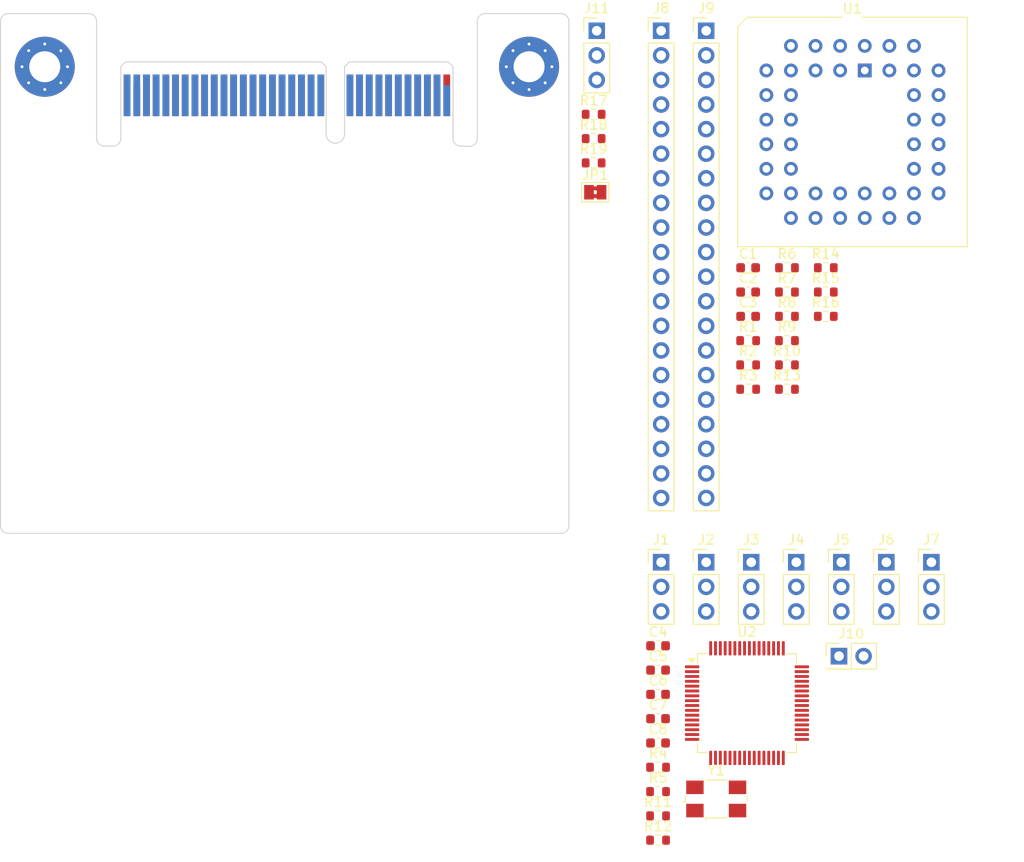
<source format=kicad_pcb>
(kicad_pcb (version 20240108) (generator "pcbnew") (generator_version "8.0")
  (layers (0 "F.Cu" signal) (31 "B.Cu" signal) (34 "B.Paste" user) (35 "F.Paste" user) (36 "B.SilkS" user "B.Silkscreen") (37 "F.SilkS" user "F.Silkscreen") (38 "B.Mask" user) (39 "F.Mask" user) (44 "Edge.Cuts" user))
  (net 0 "")
  (net 1 "/CW312T_Connections/FILT_HP")
  (net 2 "GND")
  (net 3 "/87C51/SHUNTL")
  (net 4 "VCC")
  (net 5 "51_RESET")
  (net 6 "Net-(U2-XTAL2_(TOSC2))")
  (net 7 "Net-(U2-XTAL1_(TOSC1))")
  (net 9 "/ATmega325PA-AU/AVR_MODE1")
  (net 10 "/87C51/EA{slash}VPP")
  (net 11 "/ATmega325PA-AU/AVR_EA")
  (net 12 "/ATmega325PA-AU/AVR_TX")
  (net 13 "/ATmega325PA-AU/TX")
  (net 14 "/87C51/51_TX")
  (net 15 "/ATmega325PA-AU/RX")
  (net 16 "/ATmega325PA-AU/AVR_RX")
  (net 17 "/87C51/51_RX")
  (net 18 "/ATmega325PA-AU/AVR_TRIG")
  (net 19 "/ATmega325PA-AU/PA0")
  (net 20 "/ATmega325PA-AU/GPIO4")
  (net 21 "/ATmega325PA-AU/AVR_GPIO3")
  (net 22 "/ATmega325PA-AU/GPIO3")
  (net 23 "/ATmega325PA-AU/AVR_MODE2")
  (net 25 "/87C51/PD7")
  (net 26 "/87C51/PD4")
  (net 27 "/87C51/P2.7")
  (net 28 "/87C51/PSEN")
  (net 29 "/87C51/PD0")
  (net 30 "/87C51/PD1")
  (net 31 "/87C51/P2.6")
  (net 32 "/87C51/PA10")
  (net 33 "/87C51/LED2")
  (net 34 "/87C51/PD5")
  (net 35 "/87C51/ALE{slash}PROG")
  (net 36 "/87C51/PD2")
  (net 37 "/87C51/PD6")
  (net 38 "/87C51/PA9")
  (net 39 "/87C51/PA11")
  (net 40 "/87C51/PD3")
  (net 41 "/87C51/LED1")
  (net 42 "/87C51/PA2")
  (net 43 "/87C51/PA7")
  (net 44 "/87C51/PA6")
  (net 45 "/87C51/PA4")
  (net 46 "/87C51/PA3")
  (net 47 "/87C51/M1")
  (net 48 "/87C51/PA1")
  (net 49 "/87C51/M0")
  (net 50 "/87C51/PA5")
  (net 51 "Net-(U1-XTAL2)")
  (net 52 "/87C51/P3.7")
  (net 53 "/87C51/M2")
  (net 54 "Net-(U1-P3.2{slash}~{INT0})")
  (net 56 "/87C51/P3.6")
  (net 57 "Net-(P1-VCC3.3)")
  (net 58 "Net-(P1-VCC5.0)")
  (net 59 "/87C51/CLK")
  (net 60 "/ATmega325PA-AU/MOSI")
  (net 61 "/ATmega325PA-AU/SCK")
  (net 67 "AVR_RST")
  (net 76 "/ATmega325PA-AU/MISO")
  (net 89 "/ATmega325PA-AU/LED3")
  (footprint "Connector_PinHeader_2.54mm:PinHeader_1x03_P2.54mm_Vertical" (layer "F.Cu") (at 184.795 111.79)
    (property "Reference" "J7" (at 0 -2.33 0) (layer "F.SilkS"))
    (property "Value" "1x3 straight header pins")
    (pad "1" thru_hole rect (at 0 0) (size 1.7 1.7) (drill 1) (layers "*.Cu" "*.Mask"))
    (pad "2" thru_hole oval (at 0 2.54) (size 1.7 1.7) (drill 1) (layers "*.Cu" "*.Mask") (net 23 "/ATmega325PA-AU/AVR_MODE2"))
    (pad "3" thru_hole oval (at 0 5.08) (size 1.7 1.7) (drill 1) (layers "*.Cu" "*.Mask") (net 2 "GND"))
  )
  (footprint "Connector_PinHeader_2.54mm:PinHeader_1x03_P2.54mm_Vertical" (layer "F.Cu") (at 156.895 111.79)
    (property "Reference" "J1" (at 0 -2.33 0) (layer "F.SilkS"))
    (property "Value" "1x3 straight header pins")
    (pad "1" thru_hole rect (at 0 0) (size 1.7 1.7) (drill 1) (layers "*.Cu" "*.Mask") (net 2 "GND"))
    (pad "2" thru_hole oval (at 0 2.54) (size 1.7 1.7) (drill 1) (layers "*.Cu" "*.Mask") (net 9 "/ATmega325PA-AU/AVR_MODE1"))
    (pad "3" thru_hole oval (at 0 5.08) (size 1.7 1.7) (drill 1) (layers "*.Cu" "*.Mask"))
  )
  (footprint "Resistor_SMD:R_0603_1608Metric" (layer "F.Cu") (at 156.575 132.97)
    (property "Reference" "R4" (at 0 -1.43 0) (layer "F.SilkS"))
    (property "Value" "RES_10k_0603")
    (pad "1" smd roundrect (at -0.825 0) (size 0.8 0.95) (layers "F.Cu" "F.Paste" "F.Mask") (net 9 "/ATmega325PA-AU/AVR_MODE1"))
    (pad "2" smd roundrect (at 0.825 0) (size 0.8 0.95) (layers "F.Cu" "F.Paste" "F.Mask") (net 4 "VCC"))
  )
  (footprint "Resistor_SMD:R_0603_1608Metric" (layer "F.Cu") (at 173.895 81.37)
    (property "Reference" "R14" (at 0 -1.43 0) (layer "F.SilkS"))
    (property "Value" "RES_51R_0603")
    (pad "1" smd roundrect (at -0.825 0) (size 0.8 0.95) (layers "F.Cu" "F.Paste" "F.Mask") (net 59 "/87C51/CLK"))
    (pad "2" smd roundrect (at 0.825 0) (size 0.8 0.95) (layers "F.Cu" "F.Paste" "F.Mask"))
  )
  (footprint "Package_LCC:PLCC-44_THT-Socket" (layer "F.Cu") (at 177.915 60.99)
    (property "Reference" "U1" (at -1.27 -6.4 0) (layer "F.SilkS"))
    (property "Value" "87C51")
    (pad "1" thru_hole rect (at 0 0) (size 1.4224 1.4224) (drill 0.8) (layers "*.Cu" "*.Mask"))
    (pad "2" thru_hole circle (at -2.54 -2.54) (size 1.4224 1.4224) (drill 0.8) (layers "*.Cu" "*.Mask") (net 19 "/ATmega325PA-AU/PA0"))
    (pad "3" thru_hole circle (at -2.54 0) (size 1.4224 1.4224) (drill 0.8) (layers "*.Cu" "*.Mask") (net 48 "/87C51/PA1"))
    (pad "4" thru_hole circle (at -5.08 -2.54) (size 1.4224 1.4224) (drill 0.8) (layers "*.Cu" "*.Mask") (net 42 "/87C51/PA2"))
    (pad "5" thru_hole circle (at -5.08 0) (size 1.4224 1.4224) (drill 0.8) (layers "*.Cu" "*.Mask") (net 46 "/87C51/PA3"))
    (pad "6" thru_hole circle (at -7.62 -2.54) (size 1.4224 1.4224) (drill 0.8) (layers "*.Cu" "*.Mask") (net 45 "/87C51/PA4"))
    (pad "7" thru_hole circle (at -10.16 0) (size 1.4224 1.4224) (drill 0.8) (layers "*.Cu" "*.Mask") (net 50 "/87C51/PA5"))
    (pad "8" thru_hole circle (at -7.62 0) (size 1.4224 1.4224) (drill 0.8) (layers "*.Cu" "*.Mask") (net 44 "/87C51/PA6"))
    (pad "9" thru_hole circle (at -10.16 2.54) (size 1.4224 1.4224) (drill 0.8) (layers "*.Cu" "*.Mask") (net 43 "/87C51/PA7"))
    (pad "10" thru_hole circle (at -7.62 2.54) (size 1.4224 1.4224) (drill 0.8) (layers "*.Cu" "*.Mask") (net 5 "51_RESET"))
    (pad "11" thru_hole circle (at -10.16 5.08) (size 1.4224 1.4224) (drill 0.8) (layers "*.Cu" "*.Mask") (net 17 "/87C51/51_RX"))
    (pad "12" thru_hole circle (at -7.62 5.08) (size 1.4224 1.4224) (drill 0.8) (layers "*.Cu" "*.Mask"))
    (pad "13" thru_hole circle (at -10.16 7.62) (size 1.4224 1.4224) (drill 0.8) (layers "*.Cu" "*.Mask") (net 14 "/87C51/51_TX"))
    (pad "14" thru_hole circle (at -7.62 7.62) (size 1.4224 1.4224) (drill 0.8) (layers "*.Cu" "*.Mask") (net 54 "Net-(U1-P3.2{slash}~{INT0})"))
    (pad "15" thru_hole circle (at -10.16 10.16) (size 1.4224 1.4224) (drill 0.8) (layers "*.Cu" "*.Mask") (net 49 "/87C51/M0"))
    (pad "16" thru_hole circle (at -7.62 10.16) (size 1.4224 1.4224) (drill 0.8) (layers "*.Cu" "*.Mask") (net 47 "/87C51/M1"))
    (pad "17" thru_hole circle (at -10.16 12.7) (size 1.4224 1.4224) (drill 0.8) (layers "*.Cu" "*.Mask") (net 53 "/87C51/M2"))
    (pad "18" thru_hole circle (at -7.62 15.24) (size 1.4224 1.4224) (drill 0.8) (layers "*.Cu" "*.Mask") (net 56 "/87C51/P3.6"))
    (pad "19" thru_hole circle (at -7.62 12.7) (size 1.4224 1.4224) (drill 0.8) (layers "*.Cu" "*.Mask") (net 52 "/87C51/P3.7"))
    (pad "20" thru_hole circle (at -5.08 15.24) (size 1.4224 1.4224) (drill 0.8) (layers "*.Cu" "*.Mask") (net 51 "Net-(U1-XTAL2)"))
    (pad "21" thru_hole circle (at -5.08 12.7) (size 1.4224 1.4224) (drill 0.8) (layers "*.Cu" "*.Mask"))
    (pad "22" thru_hole circle (at -2.54 15.24) (size 1.4224 1.4224) (drill 0.8) (layers "*.Cu" "*.Mask") (net 2 "GND"))
    (pad "23" thru_hole circle (at -2.54 12.7) (size 1.4224 1.4224) (drill 0.8) (layers "*.Cu" "*.Mask"))
    (pad "24" thru_hole circle (at 0 15.24) (size 1.4224 1.4224) (drill 0.8) (layers "*.Cu" "*.Mask") (net 27 "/87C51/P2.7"))
    (pad "25" thru_hole circle (at 0 12.7) (size 1.4224 1.4224) (drill 0.8) (layers "*.Cu" "*.Mask") (net 38 "/87C51/PA9"))
    (pad "26" thru_hole circle (at 2.54 15.24) (size 1.4224 1.4224) (drill 0.8) (layers "*.Cu" "*.Mask") (net 32 "/87C51/PA10"))
    (pad "27" thru_hole circle (at 2.54 12.7) (size 1.4224 1.4224) (drill 0.8) (layers "*.Cu" "*.Mask") (net 39 "/87C51/PA11"))
    (pad "28" thru_hole circle (at 5.08 15.24) (size 1.4224 1.4224) (drill 0.8) (layers "*.Cu" "*.Mask") (net 33 "/87C51/LED2"))
    (pad "29" thru_hole circle (at 7.62 12.7) (size 1.4224 1.4224) (drill 0.8) (layers "*.Cu" "*.Mask") (net 41 "/87C51/LED1"))
    (pad "30" thru_hole circle (at 5.08 12.7) (size 1.4224 1.4224) (drill 0.8) (layers "*.Cu" "*.Mask") (net 31 "/87C51/P2.6"))
    (pad "31" thru_hole circle (at 7.62 10.16) (size 1.4224 1.4224) (drill 0.8) (layers "*.Cu" "*.Mask") (net 27 "/87C51/P2.7"))
    (pad "32" thru_hole circle (at 5.08 10.16) (size 1.4224 1.4224) (drill 0.8) (layers "*.Cu" "*.Mask") (net 28 "/87C51/PSEN"))
    (pad "33" thru_hole circle (at 7.62 7.62) (size 1.4224 1.4224) (drill 0.8) (layers "*.Cu" "*.Mask") (net 35 "/87C51/ALE{slash}PROG"))
    (pad "34" thru_hole circle (at 5.08 7.62) (size 1.4224 1.4224) (drill 0.8) (layers "*.Cu" "*.Mask"))
    (pad "35" thru_hole circle (at 7.62 5.08) (size 1.4224 1.4224) (drill 0.8) (layers "*.Cu" "*.Mask") (net 10 "/87C51/EA{slash}VPP"))
    (pad "36" thru_hole circle (at 5.08 5.08) (size 1.4224 1.4224) (drill 0.8) (layers "*.Cu" "*.Mask") (net 25 "/87C51/PD7"))
    (pad "37" thru_hole circle (at 7.62 2.54) (size 1.4224 1.4224) (drill 0.8) (layers "*.Cu" "*.Mask") (net 37 "/87C51/PD6"))
    (pad "38" thru_hole circle (at 5.08 2.54) (size 1.4224 1.4224) (drill 0.8) (layers "*.Cu" "*.Mask") (net 34 "/87C51/PD5"))
    (pad "39" thru_hole circle (at 7.62 0) (size 1.4224 1.4224) (drill 0.8) (layers "*.Cu" "*.Mask") (net 26 "/87C51/PD4"))
    (pad "40" thru_hole circle (at 5.08 -2.54) (size 1.4224 1.4224) (drill 0.8) (layers "*.Cu" "*.Mask") (net 40 "/87C51/PD3"))
    (pad "41" thru_hole circle (at 5.08 0) (size 1.4224 1.4224) (drill 0.8) (layers "*.Cu" "*.Mask") (net 36 "/87C51/PD2"))
    (pad "42" thru_hole circle (at 2.54 -2.54) (size 1.4224 1.4224) (drill 0.8) (layers "*.Cu" "*.Mask") (net 30 "/87C51/PD1"))
    (pad "43" thru_hole circle (at 2.54 0) (size 1.4224 1.4224) (drill 0.8) (layers "*.Cu" "*.Mask") (net 29 "/87C51/PD0"))
    (pad "44" thru_hole circle (at 0 -2.54) (size 1.4224 1.4224) (drill 0.8) (layers "*.Cu" "*.Mask") (net 3 "/87C51/SHUNTL"))
  )
  (footprint "Resistor_SMD:R_0603_1608Metric" (layer "F.Cu") (at 165.875 91.41)
    (property "Reference" "R2" (at 0 -1.43 0) (layer "F.SilkS"))
    (property "Value" "RES_10k_0603")
    (pad "1" smd roundrect (at -0.825 0) (size 0.8 0.95) (layers "F.Cu" "F.Paste" "F.Mask") (net 40 "/87C51/PD3"))
    (pad "2" smd roundrect (at 0.825 0) (size 0.8 0.95) (layers "F.Cu" "F.Paste" "F.Mask") (net 4 "VCC"))
  )
  (footprint "Connector_PinHeader_2.54mm:PinHeader_1x03_P2.54mm_Vertical" (layer "F.Cu") (at 161.545 111.79)
    (property "Reference" "J2" (at 0 -2.33 0) (layer "F.SilkS"))
    (property "Value" "1x3 straight header pins")
    (pad "1" thru_hole rect (at 0 0) (size 1.7 1.7) (drill 1) (layers "*.Cu" "*.Mask") (net 4 "VCC"))
    (pad "2" thru_hole oval (at 0 2.54) (size 1.7 1.7) (drill 1) (layers "*.Cu" "*.Mask") (net 10 "/87C51/EA{slash}VPP"))
    (pad "3" thru_hole oval (at 0 5.08) (size 1.7 1.7) (drill 1) (layers "*.Cu" "*.Mask") (net 11 "/ATmega325PA-AU/AVR_EA"))
  )
  (footprint "Capacitor_SMD:C_0603_1608Metric" (layer "F.Cu") (at 165.875 81.37)
    (property "Reference" "C1" (at 0 -1.43 0) (layer "F.SilkS"))
    (property "Value" "CAP_100n_6.3V_0603")
    (pad "1" smd roundrect (at -0.775 0) (size 0.9 0.95) (layers "F.Cu" "F.Paste" "F.Mask") (net 2 "GND"))
    (pad "2" smd roundrect (at 0.775 0) (size 0.9 0.95) (layers "F.Cu" "F.Paste" "F.Mask") (net 1 "/CW312T_Connections/FILT_HP"))
  )
  (footprint "Crystal:Crystal_SMD_0603-4Pin_6.0x3.5mm" (layer "F.Cu") (at 162.58 136.24)
    (property "Reference" "Y1" (at 0 -2.95 0) (layer "F.SilkS"))
    (property "Value" "ABMM2-7.3728MHZ-E2-T")
    (pad "1" smd rect (at -2.2 1.2) (size 1.8 1.4) (layers "F.Cu" "F.Paste" "F.Mask") (net 6 "Net-(U2-XTAL2_(TOSC2))"))
    (pad "2" smd rect (at 2.2 1.2) (size 1.8 1.4) (layers "F.Cu" "F.Paste" "F.Mask") (net 2 "GND"))
    (pad "3" smd rect (at 2.2 -1.2) (size 1.8 1.4) (layers "F.Cu" "F.Paste" "F.Mask") (net 7 "Net-(U2-XTAL1_(TOSC1))"))
    (pad "4" smd rect (at -2.2 -1.2) (size 1.8 1.4) (layers "F.Cu" "F.Paste" "F.Mask") (net 2 "GND"))
  )
  (footprint "Connector_PinHeader_2.54mm:PinHeader_2x01_P2.54mm_Vertical" (layer "F.Cu") (at 175.255 121.49)
    (property "Reference" "J10" (at 1.27 -2.33 0) (layer "F.SilkS"))
    (property "Value" "2Pin_Header_2.54")
    (pad "1" thru_hole rect (at 0 0) (size 1.7 1.7) (drill 1) (layers "*.Cu" "*.Mask") (net 7 "Net-(U2-XTAL1_(TOSC1))"))
    (pad "2" thru_hole oval (at 2.54 0) (size 1.7 1.7) (drill 1) (layers "*.Cu" "*.Mask") (net 59 "/87C51/CLK"))
  )
  (footprint "Capacitor_SMD:C_0603_1608Metric" (layer "F.Cu") (at 165.875 83.88)
    (property "Reference" "C2" (at 0 -1.43 0) (layer "F.SilkS"))
    (property "Value" "CAP_100n_6.3V_0603")
    (pad "1" smd roundrect (at -0.775 0) (size 0.9 0.95) (layers "F.Cu" "F.Paste" "F.Mask") (net 2 "GND"))
    (pad "2" smd roundrect (at 0.775 0) (size 0.9 0.95) (layers "F.Cu" "F.Paste" "F.Mask") (net 1 "/CW312T_Connections/FILT_HP"))
  )
  (footprint "Capacitor_SMD:C_0603_1608Metric" (layer "F.Cu") (at 165.875 86.39)
    (property "Reference" "C3" (at 0 -1.43 0) (layer "F.SilkS"))
    (property "Value" "CAP_100n_6.3V_0603")
    (pad "1" smd roundrect (at -0.775 0) (size 0.9 0.95) (layers "F.Cu" "F.Paste" "F.Mask") (net 2 "GND"))
    (pad "2" smd roundrect (at 0.775 0) (size 0.9 0.95) (layers "F.Cu" "F.Paste" "F.Mask") (net 3 "/87C51/SHUNTL"))
  )
  (footprint "Resistor_SMD:R_0603_1608Metric" (layer "F.Cu") (at 169.885 93.92)
    (property "Reference" "R13" (at 0 -1.43 0) (layer "F.SilkS"))
    (property "Value" "RES_51R_0603")
    (pad "1" smd roundrect (at -0.825 0) (size 0.8 0.95) (layers "F.Cu" "F.Paste" "F.Mask") (net 1 "/CW312T_Connections/FILT_HP"))
    (pad "2" smd roundrect (at 0.825 0) (size 0.8 0.95) (layers "F.Cu" "F.Paste" "F.Mask") (net 3 "/87C51/SHUNTL"))
  )
  (footprint "Connector_PinHeader_2.54mm:PinHeader_1x20_P2.54mm_Vertical" (layer "F.Cu") (at 161.545 56.89)
    (property "Reference" "J9" (at 0 -2.33 0) (layer "F.SilkS"))
    (property "Value" "68000-220HLF")
    (pad "1" thru_hole rect (at 0 0) (size 1.7 1.7) (drill 1) (layers "*.Cu" "*.Mask") (net 19 "/ATmega325PA-AU/PA0"))
    (pad "2" thru_hole oval (at 0 2.54) (size 1.7 1.7) (drill 1) (layers "*.Cu" "*.Mask") (net 48 "/87C51/PA1"))
    (pad "3" thru_hole oval (at 0 5.08) (size 1.7 1.7) (drill 1) (layers "*.Cu" "*.Mask") (net 42 "/87C51/PA2"))
    (pad "4" thru_hole oval (at 0 7.62) (size 1.7 1.7) (drill 1) (layers "*.Cu" "*.Mask") (net 46 "/87C51/PA3"))
    (pad "5" thru_hole oval (at 0 10.16) (size 1.7 1.7) (drill 1) (layers "*.Cu" "*.Mask") (net 45 "/87C51/PA4"))
    (pad "6" thru_hole oval (at 0 12.7) (size 1.7 1.7) (drill 1) (layers "*.Cu" "*.Mask") (net 50 "/87C51/PA5"))
    (pad "7" thru_hole oval (at 0 15.24) (size 1.7 1.7) (drill 1) (layers "*.Cu" "*.Mask") (net 44 "/87C51/PA6"))
    (pad "8" thru_hole oval (at 0 17.78) (size 1.7 1.7) (drill 1) (layers "*.Cu" "*.Mask") (net 43 "/87C51/PA7"))
    (pad "9" thru_hole oval (at 0 20.32) (size 1.7 1.7) (drill 1) (layers "*.Cu" "*.Mask") (net 5 "51_RESET"))
    (pad "10" thru_hole oval (at 0 22.86) (size 1.7 1.7) (drill 1) (layers "*.Cu" "*.Mask") (net 17 "/87C51/51_RX"))
    (pad "11" thru_hole oval (at 0 25.4) (size 1.7 1.7) (drill 1) (layers "*.Cu" "*.Mask") (net 14 "/87C51/51_TX"))
    (pad "12" thru_hole oval (at 0 27.94) (size 1.7 1.7) (drill 1) (layers "*.Cu" "*.Mask") (net 54 "Net-(U1-P3.2{slash}~{INT0})"))
    (pad "13" thru_hole oval (at 0 30.48) (size 1.7 1.7) (drill 1) (layers "*.Cu" "*.Mask") (net 49 "/87C51/M0"))
    (pad "14" thru_hole oval (at 0 33.02) (size 1.7 1.7) (drill 1) (layers "*.Cu" "*.Mask") (net 47 "/87C51/M1"))
    (pad "15" thru_hole oval (at 0 35.56) (size 1.7 1.7) (drill 1) (layers "*.Cu" "*.Mask") (net 53 "/87C51/M2"))
    (pad "16" thru_hole oval (at 0 38.1) (size 1.7 1.7) (drill 1) (layers "*.Cu" "*.Mask") (net 56 "/87C51/P3.6"))
    (pad "17" thru_hole oval (at 0 40.64) (size 1.7 1.7) (drill 1) (layers "*.Cu" "*.Mask") (net 52 "/87C51/P3.7"))
    (pad "18" thru_hole oval (at 0 43.18) (size 1.7 1.7) (drill 1) (layers "*.Cu" "*.Mask") (net 51 "Net-(U1-XTAL2)"))
    (pad "19" thru_hole oval (at 0 45.72) (size 1.7 1.7) (drill 1) (layers "*.Cu" "*.Mask"))
    (pad "20" thru_hole oval (at 0 48.26) (size 1.7 1.7) (drill 1) (layers "*.Cu" "*.Mask") (net 2 "GND"))
  )
  (footprint "Resistor_SMD:R_0603_1608Metric" (layer "F.Cu") (at 149.925 70.54)
    (property "Reference" "R19" (at 0 -1.43 0) (layer "F.SilkS"))
    (property "Value" "RES_10k_0603")
    (pad "1" smd roundrect (at -0.825 0) (size 0.8 0.95) (layers "F.Cu" "F.Paste" "F.Mask") (net 2 "GND"))
    (pad "2" smd roundrect (at 0.825 0) (size 0.8 0.95) (layers "F.Cu" "F.Paste" "F.Mask") (net 53 "/87C51/M2"))
  )
  (footprint "Resistor_SMD:R_0603_1608Metric" (layer "F.Cu") (at 169.885 81.37)
    (property "Reference" "R6" (at 0 -1.43 0) (layer "F.SilkS"))
    (property "Value" "RES_10k_0603")
    (pad "1" smd roundrect (at -0.825 0) (size 0.8 0.95) (layers "F.Cu" "F.Paste" "F.Mask") (net 30 "/87C51/PD1"))
    (pad "2" smd roundrect (at 0.825 0) (size 0.8 0.95) (layers "F.Cu" "F.Paste" "F.Mask") (net 4 "VCC"))
  )
  (footprint "Connector_PinHeader_2.54mm:PinHeader_1x03_P2.54mm_Vertical" (layer "F.Cu") (at 150.245 56.89)
    (property "Reference" "J11" (at 0 -2.33 0) (layer "F.SilkS"))
    (property "Value" "1x3 straight header pins")
    (pad "1" thru_hole rect (at 0 0) (size 1.7 1.7) (drill 1) (layers "*.Cu" "*.Mask") (net 58 "Net-(P1-VCC5.0)"))
    (pad "2" thru_hole oval (at 0 2.54) (size 1.7 1.7) (drill 1) (layers "*.Cu" "*.Mask") (net 4 "VCC"))
    (pad "3" thru_hole oval (at 0 5.08) (size 1.7 1.7) (drill 1) (layers "*.Cu" "*.Mask") (net 57 "Net-(P1-VCC3.3)"))
  )
  (footprint "Connector_PinHeader_2.54mm:PinHeader_1x20_P2.54mm_Vertical" (layer "F.Cu") (at 156.895 56.89)
    (property "Reference" "J8" (at 0 -2.33 0) (layer "F.SilkS"))
    (property "Value" "68000-220HLF")
    (pad "1" thru_hole rect (at 0 0) (size 1.7 1.7) (drill 1) (layers "*.Cu" "*.Mask") (net 3 "/87C51/SHUNTL"))
    (pad "2" thru_hole oval (at 0 2.54) (size 1.7 1.7) (drill 1) (layers "*.Cu" "*.Mask") (net 29 "/87C51/PD0"))
    (pad "3" thru_hole oval (at 0 5.08) (size 1.7 1.7) (drill 1) (layers "*.Cu" "*.Mask") (net 30 "/87C51/PD1"))
    (pad "4" thru_hole oval (at 0 7.62) (size 1.7 1.7) (drill 1) (layers "*.Cu" "*.Mask") (net 36 "/87C51/PD2"))
    (pad "5" thru_hole oval (at 0 10.16) (size 1.7 1.7) (drill 1) (layers "*.Cu" "*.Mask") (net 40 "/87C51/PD3"))
    (pad "6" thru_hole oval (at 0 12.7) (size 1.7 1.7) (drill 1) (layers "*.Cu" "*.Mask") (net 26 "/87C51/PD4"))
    (pad "7" thru_hole oval (at 0 15.24) (size 1.7 1.7) (drill 1) (layers "*.Cu" "*.Mask") (net 34 "/87C51/PD5"))
    (pad "8" thru_hole oval (at 0 17.78) (size 1.7 1.7) (drill 1) (layers "*.Cu" "*.Mask") (net 37 "/87C51/PD6"))
    (pad "9" thru_hole oval (at 0 20.32) (size 1.7 1.7) (drill 1) (layers "*.Cu" "*.Mask") (net 25 "/87C51/PD7"))
    (pad "10" thru_hole oval (at 0 22.86) (size 1.7 1.7) (drill 1) (layers "*.Cu" "*.Mask") (net 10 "/87C51/EA{slash}VPP"))
    (pad "11" thru_hole oval (at 0 25.4) (size 1.7 1.7) (drill 1) (layers "*.Cu" "*.Mask") (net 35 "/87C51/ALE{slash}PROG"))
    (pad "12" thru_hole oval (at 0 27.94) (size 1.7 1.7) (drill 1) (layers "*.Cu" "*.Mask") (net 28 "/87C51/PSEN"))
    (pad "13" thru_hole oval (at 0 30.48) (size 1.7 1.7) (drill 1) (layers "*.Cu" "*.Mask") (net 27 "/87C51/P2.7"))
    (pad "14" thru_hole oval (at 0 33.02) (size 1.7 1.7) (drill 1) (layers "*.Cu" "*.Mask") (net 31 "/87C51/P2.6"))
    (pad "15" thru_hole oval (at 0 35.56) (size 1.7 1.7) (drill 1) (layers "*.Cu" "*.Mask") (net 41 "/87C51/LED1"))
    (pad "16" thru_hole oval (at 0 38.1) (size 1.7 1.7) (drill 1) (layers "*.Cu" "*.Mask") (net 33 "/87C51/LED2"))
    (pad "17" thru_hole oval (at 0 40.64) (size 1.7 1.7) (drill 1) (layers "*.Cu" "*.Mask") (net 39 "/87C51/PA11"))
    (pad "18" thru_hole oval (at 0 43.18) (size 1.7 1.7) (drill 1) (layers "*.Cu" "*.Mask") (net 32 "/87C51/PA10"))
    (pad "19" thru_hole oval (at 0 45.72) (size 1.7 1.7) (drill 1) (layers "*.Cu" "*.Mask") (net 38 "/87C51/PA9"))
    (pad "20" thru_hole oval (at 0 48.26) (size 1.7 1.7) (drill 1) (layers "*.Cu" "*.Mask") (net 27 "/87C51/P2.7"))
  )
  (footprint "Resistor_SMD:R_0603_1608Metric" (layer "F.Cu") (at 173.895 86.39)
    (property "Reference" "R16" (at 0 -1.43 0) (layer "F.SilkS"))
    (property "Value" "RES_10k_0603")
    (pad "1" smd roundrect (at -0.825 0) (size 0.8 0.95) (layers "F.Cu" "F.Paste" "F.Mask") (net 2 "GND"))
    (pad "2" smd roundrect (at 0.825 0) (size 0.8 0.95) (layers "F.Cu" "F.Paste" "F.Mask") (net 41 "/87C51/LED1"))
  )
  (footprint "Capacitor_SMD:C_0603_1608Metric" (layer "F.Cu") (at 156.575 130.46)
    (property "Reference" "C8" (at 0 -1.43 0) (layer "F.SilkS"))
    (property "Value" "CAP_100n_6.3V_0603")
    (pad "1" smd roundrect (at -0.775 0) (size 0.9 0.95) (layers "F.Cu" "F.Paste" "F.Mask") (net 2 "GND"))
    (pad "2" smd roundrect (at 0.775 0) (size 0.9 0.95) (layers "F.Cu" "F.Paste" "F.Mask") (net 4 "VCC"))
  )
  (footprint "Resistor_SMD:R_0603_1608Metric" (layer "F.Cu") (at 169.885 83.88)
    (property "Reference" "R7" (at 0 -1.43 0) (layer "F.SilkS"))
    (property "Value" "RES_10k_0603")
    (pad "1" smd roundrect (at -0.825 0) (size 0.8 0.95) (layers "F.Cu" "F.Paste" "F.Mask") (net 26 "/87C51/PD4"))
    (pad "2" smd roundrect (at 0.825 0) (size 0.8 0.95) (layers "F.Cu" "F.Paste" "F.Mask") (net 4 "VCC"))
  )
  (footprint "tutorial_2_library:CW312_Template" (layer "F.Cu") (at 93.26 60.605)
    (property "Reference" "P1" (hide yes))
    (property "Value" "PCIEx4 EDGE CONNECTOR")
    (fp_line (start -4.57 -4.69) (end -4.57 47.4) (stroke (width 0.1)) (layer "Edge.Cuts"))
    (fp_line (start 4.55 -5.49) (end -3.77 -5.49) (stroke (width 0.1)) (layer "Edge.Cuts"))
    (fp_line (start 5.35 7.4) (end 5.35 -4.69) (stroke (width 0.1)) (layer "Edge.Cuts"))
    (fp_line (start 7.05 8.2) (end 6.15 8.2) (stroke (width 0.1)) (layer "Edge.Cuts"))
    (fp_line (start 7.85 0) (end 8.35 -0.5) (stroke (width 0.1)) (layer "Edge.Cuts"))
    (fp_line (start 7.85 7.4) (end 7.85 0) (stroke (width 0.1)) (layer "Edge.Cuts"))
    (fp_line (start 28.55 -0.5) (end 8.35 -0.5) (stroke (width 0.1)) (layer "Edge.Cuts"))
    (fp_line (start 29.05 0) (end 28.55 -0.5) (stroke (width 0.1)) (layer "Edge.Cuts"))
    (fp_line (start 29.05 6.95) (end 29.05 0) (stroke (width 0.1)) (layer "Edge.Cuts"))
    (fp_line (start 30.95 0) (end 31.45 -0.5) (stroke (width 0.1)) (layer "Edge.Cuts"))
    (fp_line (start 30.95 6.95) (end 30.95 0) (stroke (width 0.1)) (layer "Edge.Cuts"))
    (fp_line (start 41.65 -0.5) (end 31.45 -0.5) (stroke (width 0.1)) (layer "Edge.Cuts"))
    (fp_line (start 42.15 0) (end 41.65 -0.5) (stroke (width 0.1)) (layer "Edge.Cuts"))
    (fp_line (start 42.15 7.41) (end 42.15 0) (stroke (width 0.1)) (layer "Edge.Cuts"))
    (fp_line (start 42.95 8.21) (end 43.86 8.21) (stroke (width 0.1)) (layer "Edge.Cuts"))
    (fp_line (start 44.66 7.41) (end 44.66 -4.69) (stroke (width 0.1)) (layer "Edge.Cuts"))
    (fp_line (start 45.46 -5.49) (end 53.31 -5.49) (stroke (width 0.1)) (layer "Edge.Cuts"))
    (fp_line (start 53.31 48.2) (end -3.77 48.2) (stroke (width 0.1)) (layer "Edge.Cuts"))
    (fp_line (start 54.11 -4.69) (end 54.11 47.4) (stroke (width 0.1)) (layer "Edge.Cuts"))
    (fp_arc (start -4.57 -4.69) (mid -4.335685 -5.255685) (end -3.77 -5.49) (stroke (width 0.1)) (layer "Edge.Cuts"))
    (fp_arc (start -3.77 48.2) (mid -4.335685 47.965685) (end -4.57 47.4) (stroke (width 0.1)) (layer "Edge.Cuts"))
    (fp_arc (start 4.55 -5.49) (mid 5.115685 -5.255685) (end 5.35 -4.69) (stroke (width 0.1)) (layer "Edge.Cuts"))
    (fp_arc (start 6.15 8.2) (mid 5.584315 7.965685) (end 5.35 7.4) (stroke (width 0.1)) (layer "Edge.Cuts"))
    (fp_arc (start 7.85 7.4) (mid 7.615685 7.965685) (end 7.05 8.2) (stroke (width 0.1)) (layer "Edge.Cuts"))
    (fp_arc (start 30.95 6.95) (mid 30 7.9) (end 29.05 6.95) (stroke (width 0.1)) (layer "Edge.Cuts"))
    (fp_arc (start 42.95 8.21) (mid 42.384315 7.975685) (end 42.15 7.41) (stroke (width 0.1)) (layer "Edge.Cuts"))
    (fp_arc (start 44.66 -4.69) (mid 44.894315 -5.255685) (end 45.46 -5.49) (stroke (width 0.1)) (layer "Edge.Cuts"))
    (fp_arc (start 44.66 7.41) (mid 44.425685 7.975685) (end 43.86 8.21) (stroke (width 0.1)) (layer "Edge.Cuts"))
    (fp_arc (start 53.31 -5.49) (mid 53.875685 -5.255685) (end 54.11 -4.69) (stroke (width 0.1)) (layer "Edge.Cuts"))
    (fp_arc (start 54.11 47.4) (mid 53.875685 47.965685) (end 53.31 48.2) (stroke (width 0.1)) (layer "Edge.Cuts"))
    (pad "A1" connect rect (at 41.5 3.5 180) (size 0.7 3.2) (layers "B.Cu" "B.Mask") (net 2 "GND"))
    (pad "A2" connect rect (at 40.5 2.95 180) (size 0.7 4.3) (layers "B.Cu" "B.Mask") (net 2 "GND"))
    (pad "A3" connect rect (at 39.5 2.95 180) (size 0.7 4.3) (layers "B.Cu" "B.Mask") (net 1 "/CW312T_Connections/FILT_HP"))
    (pad "A4" connect rect (at 38.5 2.95 180) (size 0.7 4.3) (layers "B.Cu" "B.Mask"))
    (pad "A5" connect rect (at 37.5 2.95 180) (size 0.7 4.3) (layers "B.Cu" "B.Mask") (net 57 "Net-(P1-VCC3.3)"))
    (pad "A6" connect rect (at 36.5 2.95 180) (size 0.7 4.3) (layers "B.Cu" "B.Mask") (net 58 "Net-(P1-VCC5.0)"))
    (pad "A7" connect rect (at 35.5 2.95 180) (size 0.7 4.3) (layers "B.Cu" "B.Mask"))
    (pad "A8" connect rect (at 34.5 2.95 180) (size 0.7 4.3) (layers "B.Cu" "B.Mask") (net 2 "GND"))
    (pad "A9" connect rect (at 33.5 2.95 180) (size 0.7 4.3) (layers "B.Cu" "B.Mask") (net 49 "/87C51/M0"))
    (pad "A10" connect rect (at 32.5 2.95 180) (size 0.7 4.3) (layers "B.Cu" "B.Mask") (net 4 "VCC"))
    (pad "A11" connect rect (at 31.5 2.95 180) (size 0.7 4.3) (layers "B.Cu" "B.Mask") (net 47 "/87C51/M1"))
    (pad "A12" connect rect (at 28.5 2.95 180) (size 0.7 4.3) (layers "B.Cu" "B.Mask") (net 4 "VCC"))
    (pad "A13" connect rect (at 27.5 2.95 180) (size 0.7 4.3) (layers "B.Cu" "B.Mask") (net 53 "/87C51/M2"))
    (pad "A14" connect rect (at 26.5 2.95 180) (size 0.7 4.3) (layers "B.Cu" "B.Mask") (net 4 "VCC"))
    (pad "A15" connect rect (at 25.5 2.95 180) (size 0.7 4.3) (layers "B.Cu" "B.Mask"))
    (pad "A16" connect rect (at 24.5 2.95 180) (size 0.7 4.3) (layers "B.Cu" "B.Mask"))
    (pad "A17" connect rect (at 23.5 2.95 180) (size 0.7 4.3) (layers "B.Cu" "B.Mask"))
    (pad "A18" connect rect (at 22.5 2.95 180) (size 0.7 4.3) (layers "B.Cu" "B.Mask"))
    (pad "A19" connect rect (at 21.5 2.95 180) (size 0.7 4.3) (layers "B.Cu" "B.Mask"))
    (pad "A20" connect rect (at 20.5 2.95 180) (size 0.7 4.3) (layers "B.Cu" "B.Mask") (net 2 "GND"))
    (pad "A21" connect rect (at 19.5 2.95 180) (size 0.7 4.3) (layers "B.Cu" "B.Mask"))
    (pad "A22" connect rect (at 18.5 2.95 180) (size 0.7 4.3) (layers "B.Cu" "B.Mask"))
    (pad "A23" connect rect (at 17.5 2.95 180) (size 0.7 4.3) (layers "B.Cu" "B.Mask"))
    (pad "A24" connect rect (at 16.5 2.95 180) (size 0.7 4.3) (layers "B.Cu" "B.Mask"))
    (pad "A25" connect rect (at 15.5 2.95 180) (size 0.7 4.3) (layers "B.Cu" "B.Mask"))
    (pad "A26" connect rect (at 14.5 2.95 180) (size 0.7 4.3) (layers "B.Cu" "B.Mask"))
    (pad "A27" connect rect (at 13.5 2.95 180) (size 0.7 4.3) (layers "B.Cu" "B.Mask") (net 2 "GND"))
    (pad "A28" connect rect (at 12.5 2.95 180) (size 0.7 4.3) (layers "B.Cu" "B.Mask") (net 2 "GND"))
    (pad "A29" connect rect (at 11.5 2.95 180) (size 0.7 4.3) (layers "B.Cu" "B.Mask"))
    (pad "A30" connect rect (at 10.5 2.95 180) (size 0.7 4.3) (layers "B.Cu" "B.Mask"))
    (pad "A31" connect rect (at 9.5 2.95 180) (size 0.7 4.3) (layers "B.Cu" "B.Mask"))
    (pad "A32" connect rect (at 8.5 2.95 180) (size 0.7 4.3) (layers "B.Cu" "B.Mask"))
    (pad "B1" connect rect (at 41.5 2.95 180) (size 0.7 4.3) (layers "F.Cu" "F.Mask") (net 3 "/87C51/SHUNTL"))
    (pad "B2" connect rect (at 40.5 2.95 180) (size 0.7 4.3) (layers "F.Cu" "F.Mask") (net 1 "/CW312T_Connections/FILT_HP"))
    (pad "B3" connect rect (at 39.5 2.95 180) (size 0.7 4.3) (layers "F.Cu" "F.Mask") (net 2 "GND"))
    (pad "B4" connect rect (at 38.5 2.95 180) (size 0.7 4.3) (layers "F.Cu" "F.Mask") (net 1 "/CW312T_Connections/FILT_HP"))
    (pad "B5" connect rect (at 37.5 2.95 180) (size 0.7 4.3) (layers "F.Cu" "F.Mask") (net 4 "VCC"))
    (pad "B6" connect rect (at 36.5 2.95 180) (size 0.7 4.3) (layers "F.Cu" "F.Mask"))
    (pad "B7" connect rect (at 35.5 2.95 180) (size 0.7 4.3) (layers "F.Cu" "F.Mask"))
    (pad "B8" connect rect (at 34.5 2.95 180) (size 0.7 4.3) (layers "F.Cu" "F.Mask"))
    (pad "B9" connect rect (at 33.5 2.95 180) (size 0.7 4.3) (layers "F.Cu" "F.Mask") (net 2 "GND"))
    (pad "B10" connect rect (at 32.5 2.95 180) (size 0.7 4.3) (layers "F.Cu" "F.Mask") (net 4 "VCC"))
    (pad "B11" connect rect (at 31.5 2.95 180) (size 0.7 4.3) (layers "F.Cu" "F.Mask") (net 41 "/87C51/LED1"))
    (pad "B12" connect rect (at 28.5 2.95 180) (size 0.7 4.3) (layers "F.Cu" "F.Mask") (net 33 "/87C51/LED2"))
    (pad "B13" connect rect (at 27.5 2.95 180) (size 0.7 4.3) (layers "F.Cu" "F.Mask") (net 89 "/ATmega325PA-AU/LED3"))
    (pad "B14" connect rect (at 26.5 2.95 180) (size 0.7 4.3) (layers "F.Cu" "F.Mask") (net 67 "AVR_RST"))
    (pad "B15" connect rect (at 25.5 2.95 180) (size 0.7 4.3) (layers "F.Cu" "F.Mask") (net 2 "GND"))
    (pad "B16" connect rect (at 24.5 2.95 180) (size 0.7 4.3) (layers "F.Cu" "F.Mask") (net 13 "/ATmega325PA-AU/TX"))
    (pad "B17" connect rect (at 23.5 2.95 180) (size 0.7 4.3) (layers "F.Cu" "F.Mask") (net 15 "/ATmega325PA-AU/RX"))
    (pad "B18" connect rect (at 22.5 2.95 180) (size 0.7 4.3) (layers "F.Cu" "F.Mask") (net 22 "/ATmega325PA-AU/GPIO3"))
    (pad "B19" connect rect (at 21.5 2.95 180) (size 0.7 4.3) (layers "F.Cu" "F.Mask") (net 20 "/ATmega325PA-AU/GPIO4"))
    (pad "B20" connect rect (at 20.5 2.95 180) (size 0.7 4.3) (layers "F.Cu" "F.Mask") (net 61 "/ATmega325PA-AU/SCK"))
    (pad "B21" connect rect (at 19.5 2.95 180) (size 0.7 4.3) (layers "F.Cu" "F.Mask") (net 2 "GND"))
    (pad "B22" connect rect (at 18.5 2.95 180) (size 0.7 4.3) (layers "F.Cu" "F.Mask") (net 2 "GND"))
    (pad "B23" connect rect (at 17.5 2.95 180) (size 0.7 4.3) (layers "F.Cu" "F.Mask") (net 76 "/ATmega325PA-AU/MISO"))
    (pad "B24" connect rect (at 16.5 2.95 180) (size 0.7 4.3) (layers "F.Cu" "F.Mask") (net 60 "/ATmega325PA-AU/MOSI"))
    (pad "B25" connect rect (at 15.5 2.95 180) (size 0.7 4.3) (layers "F.Cu" "F.Mask"))
    (pad "B26" connect rect (at 14.5 2.95 180) (size 0.7 4.3) (layers "F.Cu" "F.Mask"))
    (pad "B27" connect rect (at 13.5 2.95 180) (size 0.7 4.3) (layers "F.Cu" "F.Mask") (net 59 "/87C51/CLK"))
    (pad "B28" connect rect (at 12.5 2.95 180) (size 0.7 4.3) (layers "F.Cu" "F.Mask"))
    (pad "B29" connect rect (at 11.5 2.95 180) (size 0.7 4.3) (layers "F.Cu" "F.Mask"))
    (pad "B30" connect rect (at 10.5 2.95 180) (size 0.7 4.3) (layers "F.Cu" "F.Mask"))
    (pad "B31" connect rect (at 9.5 3.5 180) (size 0.7 3.2) (layers "F.Cu" "F.Mask"))
    (pad "B32" connect rect (at 8.5 2.95 180) (size 0.7 4.3) (layers "F.Cu" "F.Mask"))
    (pad "MH" thru_hole circle (at -2.35 0) (size 1 1) (drill 0.3) (layers "*.Cu" "*.Mask"))
    (pad "MH" thru_hole circle (at -1.66 -1.66) (size 1 1) (drill 0.3) (layers "*.Cu" "*.Mask"))
    (pad "MH" thru_hole circle (at -1.66 1.66) (size 1 1) (drill 0.3) (layers "*.Cu" "*.Mask"))
    (pad "MH" thru_hole circle (at 0 -2.35) (size 1 1) (drill 0.3) (layers "*.Cu" "*.Mask"))
    (pad "MH" thru_hole circle (at 0 0) (size 6.2 6.2) (drill 3.2) (layers "*.Cu" "*.Mask"))
    (pad "MH" thru_hole circle (at 0 2.35) (size 1 1) (drill 0.3) (layers "*.Cu" "*.Mask"))
    (pad "MH" thru_hole circle (at 1.66 -1.66) (size 1 1) (drill 0.3) (layers "*.Cu" "*.Mask"))
    (pad "MH" thru_hole circle (at 1.66 1.66) (size 1 1) (drill 0.3) (layers "*.Cu" "*.Mask"))
    (pad "MH" thru_hole circle (at 2.35 0) (size 1 1) (drill 0.3) (layers "*.Cu" "*.Mask"))
    (pad "MH" thru_hole circle (at 47.65 0) (size 1 1) (drill 0.3) (layers "*.Cu" "*.Mask"))
    (pad "MH" thru_hole circle (at 48.34 -1.66) (size 1 1) (drill 0.3) (layers "*.Cu" "*.Mask"))
    (pad "MH" thru_hole circle (at 48.34 1.66) (size 1 1) (drill 0.3) (layers "*.Cu" "*.Mask"))
    (pad "MH" thru_hole circle (at 50 -2.34) (size 1 1) (drill 0.3) (layers "*.Cu" "*.Mask"))
    (pad "MH" thru_hole circle (at 50 0) (size 6.2 6.2) (drill 3.2) (layers "*.Cu" "*.Mask"))
    (pad "MH" thru_hole circle (at 50 2.36) (size 1 1) (drill 0.3) (layers "*.Cu" "*.Mask"))
    (pad "MH" thru_hole circle (at 51.66 -1.66) (size 1 1) (drill 0.3) (layers "*.Cu" "*.Mask"))
    (pad "MH" thru_hole circle (at 51.66 1.66) (size 1 1) (drill 0.3) (layers "*.Cu" "*.Mask"))
    (pad "MH" thru_hole circle (at 52.35 0) (size 1 1) (drill 0.3) (layers "*.Cu" "*.Mask"))
  )
  (footprint "Jumper:SolderJumper-2_P1.3mm_Bridged2Bar_Pad1.0x1.5mm" (layer "F.Cu") (at 150.095 73.57)
    (property "Reference" "JP1" (at 0 -1.8 0) (layer "F.SilkS"))
    (property "Value" "~")
    (fp_poly (pts (xy -0.25 -0.6) (xy 0.25 -0.6) (xy 0.25 -0.2) (xy -0.25 -0.2)) (fill solid) (layer "F.Cu"))
    (fp_poly (pts (xy -0.25 0.2) (xy 0.25 0.2) (xy 0.25 0.6) (xy -0.25 0.6)) (fill solid) (layer "F.Cu"))
    (pad "1" smd rect (at -0.65 0) (size 1 1.5) (layers "F.Cu" "F.Mask") (net 4 "VCC"))
    (pad "2" smd rect (at 0.65 0) (size 1 1.5) (layers "F.Cu" "F.Mask") (net 57 "Net-(P1-VCC3.3)"))
  )
  (footprint "Capacitor_SMD:C_0603_1608Metric" (layer "F.Cu") (at 156.575 125.44)
    (property "Reference" "C6" (at 0 -1.43 0) (layer "F.SilkS"))
    (property "Value" "CAP_27p_50V_0603")
    (pad "1" smd roundrect (at -0.775 0) (size 0.9 0.95) (layers "F.Cu" "F.Paste" "F.Mask") (net 2 "GND"))
    (pad "2" smd roundrect (at 0.775 0) (size 0.9 0.95) (layers "F.Cu" "F.Paste" "F.Mask") (net 6 "Net-(U2-XTAL2_(TOSC2))"))
  )
  (footprint "Resistor_SMD:R_0603_1608Metric" (layer "F.Cu") (at 173.895 83.88)
    (property "Reference" "R15" (at 0 -1.43 0) (layer "F.SilkS"))
    (property "Value" "RES_10k_0603")
    (pad "1" smd roundrect (at -0.825 0) (size 0.8 0.95) (layers "F.Cu" "F.Paste" "F.Mask") (net 2 "GND"))
    (pad "2" smd roundrect (at 0.825 0) (size 0.8 0.95) (layers "F.Cu" "F.Paste" "F.Mask") (net 33 "/87C51/LED2"))
  )
  (footprint "Resistor_SMD:R_0603_1608Metric" (layer "F.Cu") (at 165.875 93.92)
    (property "Reference" "R3" (at 0 -1.43 0) (layer "F.SilkS"))
    (property "Value" "RES_10k_0603")
    (pad "1" smd roundrect (at -0.825 0) (size 0.8 0.95) (layers "F.Cu" "F.Paste" "F.Mask") (net 37 "/87C51/PD6"))
    (pad "2" smd roundrect (at 0.825 0) (size 0.8 0.95) (layers "F.Cu" "F.Paste" "F.Mask") (net 4 "VCC"))
  )
  (footprint "Resistor_SMD:R_0603_1608Metric" (layer "F.Cu") (at 169.885 86.39)
    (property "Reference" "R8" (at 0 -1.43 0) (layer "F.SilkS"))
    (property "Value" "RES_10k_0603")
    (pad "1" smd roundrect (at -0.825 0) (size 0.8 0.95) (layers "F.Cu" "F.Paste" "F.Mask") (net 25 "/87C51/PD7"))
    (pad "2" smd roundrect (at 0.825 0) (size 0.8 0.95) (layers "F.Cu" "F.Paste" "F.Mask") (net 4 "VCC"))
  )
  (footprint "Package_QFP:TQFP-64_10x10mm_P0.5mm" (layer "F.Cu") (at 165.755 126.34)
    (property "Reference" "U2" (at 0 -7.35 0) (layer "F.SilkS"))
    (property "Value" "ATMEGA325PA-AU")
    (pad "1" smd roundrect (at -5.6625 -3.75) (size 1.475 0.3) (layers "F.Cu" "F.Paste" "F.Mask"))
    (pad "2" smd roundrect (at -5.6625 -3.25) (size 1.475 0.3) (layers "F.Cu" "F.Paste" "F.Mask") (net 16 "/ATmega325PA-AU/AVR_RX"))
    (pad "3" smd roundrect (at -5.6625 -2.75) (size 1.475 0.3) (layers "F.Cu" "F.Paste" "F.Mask") (net 12 "/ATmega325PA-AU/AVR_TX"))
    (pad "4" smd roundrect (at -5.6625 -2.25) (size 1.475 0.3) (layers "F.Cu" "F.Paste" "F.Mask") (net 9 "/ATmega325PA-AU/AVR_MODE1"))
    (pad "5" smd roundrect (at -5.6625 -1.75) (size 1.475 0.3) (layers "F.Cu" "F.Paste" "F.Mask") (net 18 "/ATmega325PA-AU/AVR_TRIG"))
    (pad "6" smd roundrect (at -5.6625 -1.25) (size 1.475 0.3) (layers "F.Cu" "F.Paste" "F.Mask") (net 23 "/ATmega325PA-AU/AVR_MODE2"))
    (pad "7" smd roundrect (at -5.6625 -0.75) (size 1.475 0.3) (layers "F.Cu" "F.Paste" "F.Mask") (net 21 "/ATmega325PA-AU/AVR_GPIO3"))
    (pad "8" smd roundrect (at -5.6625 -0.25) (size 1.475 0.3) (layers "F.Cu" "F.Paste" "F.Mask") (net 11 "/ATmega325PA-AU/AVR_EA"))
    (pad "9" smd roundrect (at -5.6625 0.25) (size 1.475 0.3) (layers "F.Cu" "F.Paste" "F.Mask"))
    (pad "10" smd roundrect (at -5.6625 0.75) (size 1.475 0.3) (layers "F.Cu" "F.Paste" "F.Mask"))
    (pad "11" smd roundrect (at -5.6625 1.25) (size 1.475 0.3) (layers "F.Cu" "F.Paste" "F.Mask") (net 61 "/ATmega325PA-AU/SCK"))
    (pad "12" smd roundrect (at -5.6625 1.75) (size 1.475 0.3) (layers "F.Cu" "F.Paste" "F.Mask") (net 60 "/ATmega325PA-AU/MOSI"))
    (pad "13" smd roundrect (at -5.6625 2.25) (size 1.475 0.3) (layers "F.Cu" "F.Paste" "F.Mask") (net 76 "/ATmega325PA-AU/MISO"))
    (pad "14" smd roundrect (at -5.6625 2.75) (size 1.475 0.3) (layers "F.Cu" "F.Paste" "F.Mask"))
    (pad "15" smd roundrect (at -5.6625 3.25) (size 1.475 0.3) (layers "F.Cu" "F.Paste" "F.Mask"))
    (pad "16" smd roundrect (at -5.6625 3.75) (size 1.475 0.3) (layers "F.Cu" "F.Paste" "F.Mask"))
    (pad "17" smd roundrect (at -3.75 5.6625) (size 0.3 1.475) (layers "F.Cu" "F.Paste" "F.Mask"))
    (pad "18" smd roundrect (at -3.25 5.6625) (size 0.3 1.475) (layers "F.Cu" "F.Paste" "F.Mask"))
    (pad "19" smd roundrect (at -2.75 5.6625) (size 0.3 1.475) (layers "F.Cu" "F.Paste" "F.Mask"))
    (pad "20" smd roundrect (at -2.25 5.6625) (size 0.3 1.475) (layers "F.Cu" "F.Paste" "F.Mask") (net 67 "AVR_RST"))
    (pad "21" smd roundrect (at -1.75 5.6625) (size 0.3 1.475) (layers "F.Cu" "F.Paste" "F.Mask") (net 4 "VCC"))
    (pad "22" smd roundrect (at -1.25 5.6625) (size 0.3 1.475) (layers "F.Cu" "F.Paste" "F.Mask") (net 2 "GND"))
    (pad "23" smd roundrect (at -0.75 5.6625) (size 0.3 1.475) (layers "F.Cu" "F.Paste" "F.Mask") (net 6 "Net-(U2-XTAL2_(TOSC2))"))
    (pad "24" smd roundrect (at -0.25 5.6625) (size 0.3 1.475) (layers "F.Cu" "F.Paste" "F.Mask") (net 7 "Net-(U2-XTAL1_(TOSC1))"))
    (pad "25" smd roundrect (at 0.25 5.6625) (size 0.3 1.475) (layers "F.Cu" "F.Paste" "F.Mask") (net 19 "/ATmega325PA-AU/PA0"))
    (pad "26" smd roundrect (at 0.75 5.6625) (size 0.3 1.475) (layers "F.Cu" "F.Paste" "F.Mask") (net 48 "/87C51/PA1"))
    (pad "27" smd roundrect (at 1.25 5.6625) (size 0.3 1.475) (layers "F.Cu" "F.Paste" "F.Mask") (net 42 "/87C51/PA2"))
    (pad "28" smd roundrect (at 1.75 5.6625) (size 0.3 1.475) (layers "F.Cu" "F.Paste" "F.Mask") (net 46 "/87C51/PA3"))
    (pad "29" smd roundrect (at 2.25 5.6625) (size 0.3 1.475) (layers "F.Cu" "F.Paste" "F.Mask") (net 45 "/87C51/PA4"))
    (pad "30" smd roundrect (at 2.75 5.6625) (size 0.3 1.475) (layers "F.Cu" "F.Paste" "F.Mask") (net 50 "/87C51/PA5"))
    (pad "31" smd roundrect (at 3.25 5.6625) (size 0.3 1.475) (layers "F.Cu" "F.Paste" "F.Mask") (net 44 "/87C51/PA6"))
    (pad "32" smd roundrect (at 3.75 5.6625) (size 0.3 1.475) (layers "F.Cu" "F.Paste" "F.Mask") (net 43 "/87C51/PA7"))
    (pad "33" smd roundrect (at 5.6625 3.75) (size 1.475 0.3) (layers "F.Cu" "F.Paste" "F.Mask"))
    (pad "34" smd roundrect (at 5.6625 3.25) (size 1.475 0.3) (layers "F.Cu" "F.Paste" "F.Mask"))
    (pad "35" smd roundrect (at 5.6625 2.75) (size 1.475 0.3) (layers "F.Cu" "F.Paste" "F.Mask") (net 29 "/87C51/PD0"))
    (pad "36" smd roundrect (at 5.6625 2.25) (size 1.475 0.3) (layers "F.Cu" "F.Paste" "F.Mask") (net 30 "/87C51/PD1"))
    (pad "37" smd roundrect (at 5.6625 1.75) (size 1.475 0.3) (layers "F.Cu" "F.Paste" "F.Mask") (net 36 "/87C51/PD2"))
    (pad "38" smd roundrect (at 5.6625 1.25) (size 1.475 0.3) (layers "F.Cu" "F.Paste" "F.Mask") (net 40 "/87C51/PD3"))
    (pad "39" smd roundrect (at 5.6625 0.75) (size 1.475 0.3) (layers "F.Cu" "F.Paste" "F.Mask") (net 26 "/87C51/PD4"))
    (pad "40" smd roundrect (at 5.6625 0.25) (size 1.475 0.3) (layers "F.Cu" "F.Paste" "F.Mask") (net 34 "/87C51/PD5"))
    (pad "41" smd roundrect (at 5.6625 -0.25) (size 1.475 0.3) (layers "F.Cu" "F.Paste" "F.Mask") (net 37 "/87C51/PD6"))
    (pad "42" smd roundrect (at 5.6625 -0.75) (size 1.475 0.3) (layers "F.Cu" "F.Paste" "F.Mask") (net 25 "/87C51/PD7"))
    (pad "43" smd roundrect (at 5.6625 -1.25) (size 1.475 0.3) (layers "F.Cu" "F.Paste" "F.Mask"))
    (pad "44" smd roundrect (at 5.6625 -1.75) (size 1.475 0.3) (layers "F.Cu" "F.Paste" "F.Mask") (net 35 "/87C51/ALE{slash}PROG"))
    (pad "45" smd roundrect (at 5.6625 -2.25) (size 1.475 0.3) (layers "F.Cu" "F.Paste" "F.Mask") (net 28 "/87C51/PSEN"))
    (pad "46" smd roundrect (at 5.6625 -2.75) (size 1.475 0.3) (layers "F.Cu" "F.Paste" "F.Mask") (net 27 "/87C51/P2.7"))
    (pad "47" smd roundrect (at 5.6625 -3.25) (size 1.475 0.3) (layers "F.Cu" "F.Paste" "F.Mask") (net 31 "/87C51/P2.6"))
    (pad "48" smd roundrect (at 5.6625 -3.75) (size 1.475 0.3) (layers "F.Cu" "F.Paste" "F.Mask") (net 41 "/87C51/LED1"))
    (pad "49" smd roundrect (at 3.75 -5.6625) (size 0.3 1.475) (layers "F.Cu" "F.Paste" "F.Mask") (net 33 "/87C51/LED2"))
    (pad "50" smd roundrect (at 3.25 -5.6625) (size 0.3 1.475) (layers "F.Cu" "F.Paste" "F.Mask") (net 39 "/87C51/PA11"))
    (pad "51" smd roundrect (at 2.75 -5.6625) (size 0.3 1.475) (layers "F.Cu" "F.Paste" "F.Mask") (net 32 "/87C51/PA10"))
    (pad "52" smd roundrect (at 2.25 -5.6625) (size 0.3 1.475) (layers "F.Cu" "F.Paste" "F.Mask") (net 4 "VCC"))
    (pad "53" smd roundrect (at 1.75 -5.6625) (size 0.3 1.475) (layers "F.Cu" "F.Paste" "F.Mask") (net 2 "GND"))
    (pad "54" smd roundrect (at 1.25 -5.6625) (size 0.3 1.475) (layers "F.Cu" "F.Paste" "F.Mask") (net 38 "/87C51/PA9"))
    (pad "55" smd roundrect (at 0.75 -5.6625) (size 0.3 1.475) (layers "F.Cu" "F.Paste" "F.Mask") (net 27 "/87C51/P2.7"))
    (pad "56" smd roundrect (at 0.25 -5.6625) (size 0.3 1.475) (layers "F.Cu" "F.Paste" "F.Mask") (net 52 "/87C51/P3.7"))
    (pad "57" smd roundrect (at -0.25 -5.6625) (size 0.3 1.475) (layers "F.Cu" "F.Paste" "F.Mask") (net 56 "/87C51/P3.6"))
    (pad "58" smd roundrect (at -0.75 -5.6625) (size 0.3 1.475) (layers "F.Cu" "F.Paste" "F.Mask"))
    (pad "59" smd roundrect (at -1.25 -5.6625) (size 0.3 1.475) (layers "F.Cu" "F.Paste" "F.Mask"))
    (pad "60" smd roundrect (at -1.75 -5.6625) (size 0.3 1.475) (layers "F.Cu" "F.Paste" "F.Mask") (net 5 "51_RESET"))
    (pad "61" smd roundrect (at -2.25 -5.6625) (size 0.3 1.475) (layers "F.Cu" "F.Paste" "F.Mask") (net 89 "/ATmega325PA-AU/LED3"))
    (pad "62" smd roundrect (at -2.75 -5.6625) (size 0.3 1.475) (layers "F.Cu" "F.Paste" "F.Mask"))
    (pad "63" smd roundrect (at -3.25 -5.6625) (size 0.3 1.475) (layers "F.Cu" "F.Paste" "F.Mask") (net 2 "GND"))
    (pad "64" smd roundrect (at -3.75 -5.6625) (size 0.3 1.475) (layers "F.Cu" "F.Paste" "F.Mask") (net 4 "VCC"))
  )
  (footprint "Connector_PinHeader_2.54mm:PinHeader_1x03_P2.54mm_Vertical" (layer "F.Cu") (at 180.145 111.79)
    (property "Reference" "J6" (at 0 -2.33 0) (layer "F.SilkS"))
    (property "Value" "1x3 straight header pins")
    (pad "1" thru_hole rect (at 0 0) (size 1.7 1.7) (drill 1) (layers "*.Cu" "*.Mask") (net 21 "/ATmega325PA-AU/AVR_GPIO3"))
    (pad "2" thru_hole oval (at 0 2.54) (size 1.7 1.7) (drill 1) (layers "*.Cu" "*.Mask") (net 22 "/ATmega325PA-AU/GPIO3"))
    (pad "3" thru_hole oval (at 0 5.08) (size 1.7 1.7) (drill 1) (layers "*.Cu" "*.Mask") (net 5 "51_RESET"))
  )
  (footprint "Resistor_SMD:R_0603_1608Metric" (layer "F.Cu") (at 169.885 91.41)
    (property "Reference" "R10" (at 0 -1.43 0) (layer "F.SilkS"))
    (property "Value" "RES_10k_0603")
    (pad "1" smd roundrect (at -0.825 0) (size 0.8 0.95) (layers "F.Cu" "F.Paste" "F.Mask") (net 34 "/87C51/PD5"))
    (pad "2" smd roundrect (at 0.825 0) (size 0.8 0.95) (layers "F.Cu" "F.Paste" "F.Mask") (net 4 "VCC"))
  )
  (footprint "Resistor_SMD:R_0603_1608Metric" (layer "F.Cu") (at 156.575 135.48)
    (property "Reference" "R5" (at 0 -1.43 0) (layer "F.SilkS"))
    (property "Value" "RES_10k_0603")
    (pad "1" smd roundrect (at -0.825 0) (size 0.8 0.95) (layers "F.Cu" "F.Paste" "F.Mask") (net 23 "/ATmega325PA-AU/AVR_MODE2"))
    (pad "2" smd roundrect (at 0.825 0) (size 0.8 0.95) (layers "F.Cu" "F.Paste" "F.Mask") (net 4 "VCC"))
  )
  (footprint "Capacitor_SMD:C_0603_1608Metric" (layer "F.Cu") (at 156.575 120.42)
    (property "Reference" "C4" (at 0 -1.43 0) (layer "F.SilkS"))
    (property "Value" "CAP_100n_6.3V_0603")
    (pad "1" smd roundrect (at -0.775 0) (size 0.9 0.95) (layers "F.Cu" "F.Paste" "F.Mask") (net 5 "51_RESET"))
    (pad "2" smd roundrect (at 0.775 0) (size 0.9 0.95) (layers "F.Cu" "F.Paste" "F.Mask") (net 4 "VCC"))
  )
  (footprint "Resistor_SMD:R_0603_1608Metric" (layer "F.Cu") (at 156.575 140.5)
    (property "Reference" "R12" (at 0 -1.43 0) (layer "F.SilkS"))
    (property "Value" "RES_10k_0603")
    (pad "1" smd roundrect (at -0.825 0) (size 0.8 0.95) (layers "F.Cu" "F.Paste" "F.Mask") (net 67 "AVR_RST"))
    (pad "2" smd roundrect (at 0.825 0) (size 0.8 0.95) (layers "F.Cu" "F.Paste" "F.Mask") (net 4 "VCC"))
  )
  (footprint "Resistor_SMD:R_0603_1608Metric" (layer "F.Cu") (at 149.925 65.52)
    (property "Reference" "R17" (at 0 -1.43 0) (layer "F.SilkS"))
    (property "Value" "RES_10k_0603")
    (pad "1" smd roundrect (at -0.825 0) (size 0.8 0.95) (layers "F.Cu" "F.Paste" "F.Mask") (net 2 "GND"))
    (pad "2" smd roundrect (at 0.825 0) (size 0.8 0.95) (layers "F.Cu" "F.Paste" "F.Mask") (net 47 "/87C51/M1"))
  )
  (footprint "Resistor_SMD:R_0603_1608Metric" (layer "F.Cu") (at 149.925 68.03)
    (property "Reference" "R18" (at 0 -1.43 0) (layer "F.SilkS"))
    (property "Value" "RES_10k_0603")
    (pad "1" smd roundrect (at -0.825 0) (size 0.8 0.95) (layers "F.Cu" "F.Paste" "F.Mask") (net 2 "GND"))
    (pad "2" smd roundrect (at 0.825 0) (size 0.8 0.95) (layers "F.Cu" "F.Paste" "F.Mask") (net 49 "/87C51/M0"))
  )
  (footprint "Connector_PinHeader_2.54mm:PinHeader_1x03_P2.54mm_Vertical" (layer "F.Cu") (at 166.195 111.79)
    (property "Reference" "J3" (at 0 -2.33 0) (layer "F.SilkS"))
    (property "Value" "1x3 straight header pins")
    (pad "1" thru_hole rect (at 0 0) (size 1.7 1.7) (drill 1) (layers "*.Cu" "*.Mask") (net 12 "/ATmega325PA-AU/AVR_TX"))
    (pad "2" thru_hole oval (at 0 2.54) (size 1.7 1.7) (drill 1) (layers "*.Cu" "*.Mask") (net 13 "/ATmega325PA-AU/TX"))
    (pad "3" thru_hole oval (at 0 5.08) (size 1.7 1.7) (drill 1) (layers "*.Cu" "*.Mask") (net 14 "/87C51/51_TX"))
  )
  (footprint "Connector_PinHeader_2.54mm:PinHeader_1x03_P2.54mm_Vertical" (layer "F.Cu") (at 170.845 111.79)
    (property "Reference" "J4" (at 0 -2.33 0) (layer "F.SilkS"))
    (property "Value" "1x3 straight header pins")
    (pad "1" thru_hole rect (at 0 0) (size 1.7 1.7) (drill 1) (layers "*.Cu" "*.Mask") (net 16 "/ATmega325PA-AU/AVR_RX"))
    (pad "2" thru_hole oval (at 0 2.54) (size 1.7 1.7) (drill 1) (layers "*.Cu" "*.Mask") (net 15 "/ATmega325PA-AU/RX"))
    (pad "3" thru_hole oval (at 0 5.08) (size 1.7 1.7) (drill 1) (layers "*.Cu" "*.Mask") (net 17 "/87C51/51_RX"))
  )
  (footprint "Resistor_SMD:R_0603_1608Metric" (layer "F.Cu") (at 165.875 88.9)
    (property "Reference" "R1" (at 0 -1.43 0) (layer "F.SilkS"))
    (property "Value" "RES_10k_0603")
    (pad "1" smd roundrect (at -0.825 0) (size 0.8 0.95) (layers "F.Cu" "F.Paste" "F.Mask") (net 29 "/87C51/PD0"))
    (pad "2" smd roundrect (at 0.825 0) (size 0.8 0.95) (layers "F.Cu" "F.Paste" "F.Mask") (net 4 "VCC"))
  )
  (footprint "Connector_PinHeader_2.54mm:PinHeader_1x03_P2.54mm_Vertical" (layer "F.Cu") (at 175.495 111.79)
    (property "Reference" "J5" (at 0 -2.33 0) (layer "F.SilkS"))
    (property "Value" "1x3 straight header pins")
    (pad "1" thru_hole rect (at 0 0) (size 1.7 1.7) (drill 1) (layers "*.Cu" "*.Mask") (net 18 "/ATmega325PA-AU/AVR_TRIG"))
    (pad "2" thru_hole oval (at 0 2.54) (size 1.7 1.7) (drill 1) (layers "*.Cu" "*.Mask") (net 20 "/ATmega325PA-AU/GPIO4"))
    (pad "3" thru_hole oval (at 0 5.08) (size 1.7 1.7) (drill 1) (layers "*.Cu" "*.Mask") (net 19 "/ATmega325PA-AU/PA0"))
  )
  (footprint "Capacitor_SMD:C_0603_1608Metric" (layer "F.Cu") (at 156.575 122.93)
    (property "Reference" "C5" (at 0 -1.43 0) (layer "F.SilkS"))
    (property "Value" "CAP_100n_6.3V_0603")
    (pad "1" smd roundrect (at -0.775 0) (size 0.9 0.95) (layers "F.Cu" "F.Paste" "F.Mask") (net 2 "GND"))
    (pad "2" smd roundrect (at 0.775 0) (size 0.9 0.95) (layers "F.Cu" "F.Paste" "F.Mask") (net 4 "VCC"))
  )
  (footprint "Resistor_SMD:R_0603_1608Metric" (layer "F.Cu") (at 169.885 88.9)
    (property "Reference" "R9" (at 0 -1.43 0) (layer "F.SilkS"))
    (property "Value" "RES_10k_0603")
    (pad "1" smd roundrect (at -0.825 0) (size 0.8 0.95) (layers "F.Cu" "F.Paste" "F.Mask") (net 36 "/87C51/PD2"))
    (pad "2" smd roundrect (at 0.825 0) (size 0.8 0.95) (layers "F.Cu" "F.Paste" "F.Mask") (net 4 "VCC"))
  )
  (footprint "Resistor_SMD:R_0603_1608Metric" (layer "F.Cu") (at 156.575 137.99)
    (property "Reference" "R11" (at 0 -1.43 0) (layer "F.SilkS"))
    (property "Value" "RES_10k_0603")
    (pad "1" smd roundrect (at -0.825 0) (size 0.8 0.95) (layers "F.Cu" "F.Paste" "F.Mask") (net 2 "GND"))
    (pad "2" smd roundrect (at 0.825 0) (size 0.8 0.95) (layers "F.Cu" "F.Paste" "F.Mask") (net 5 "51_RESET"))
  )
  (footprint "Capacitor_SMD:C_0603_1608Metric" (layer "F.Cu") (at 156.575 127.95)
    (property "Reference" "C7" (at 0 -1.43 0) (layer "F.SilkS"))
    (property "Value" "CAP_27p_50V_0603")
    (pad "1" smd roundrect (at -0.775 0) (size 0.9 0.95) (layers "F.Cu" "F.Paste" "F.Mask") (net 2 "GND"))
    (pad "2" smd roundrect (at 0.775 0) (size 0.9 0.95) (layers "F.Cu" "F.Paste" "F.Mask") (net 7 "Net-(U2-XTAL1_(TOSC1))"))
  )
)
</source>
